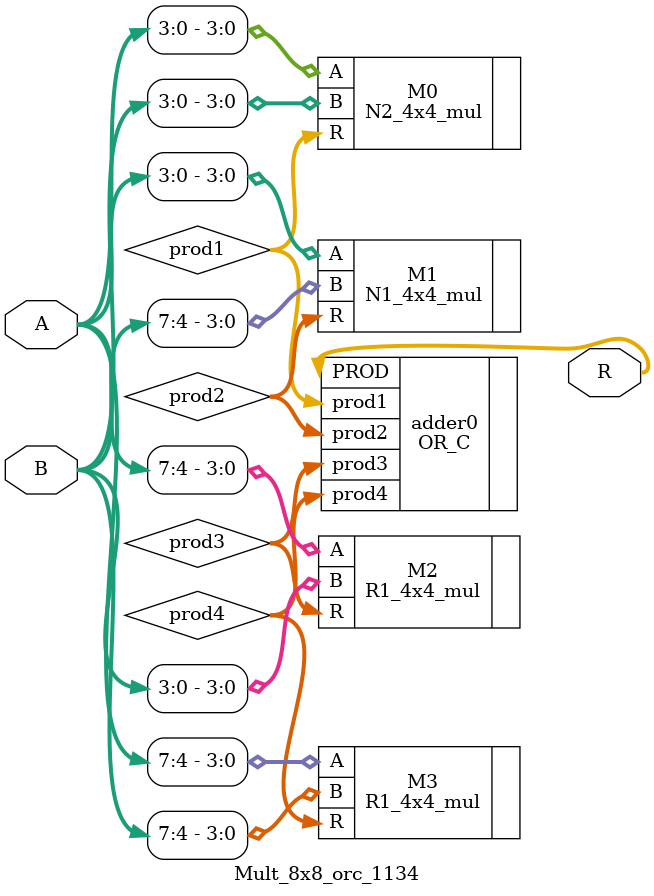
<source format=v>
module Mult_8x8_orc_1134(
input [7:0] A,
input [7:0] B,
output [15:0]R
);
wire [7:0]prod1;
wire [7:0]prod2;
wire [7:0]prod3;
wire [7:0]prod4;

N2_4x4_mul M0(.A(A[3:0]),.B(B[3:0]),.R(prod1));
N1_4x4_mul M1(.A(A[3:0]),.B(B[7:4]),.R(prod2));
R1_4x4_mul M2(.A(A[7:4]),.B(B[3:0]),.R(prod3));
R1_4x4_mul M3(.A(A[7:4]),.B(B[7:4]),.R(prod4));
OR_C adder0(.prod1(prod1),.prod2(prod2),.prod3(prod3),.prod4(prod4),.PROD(R));
endmodule

</source>
